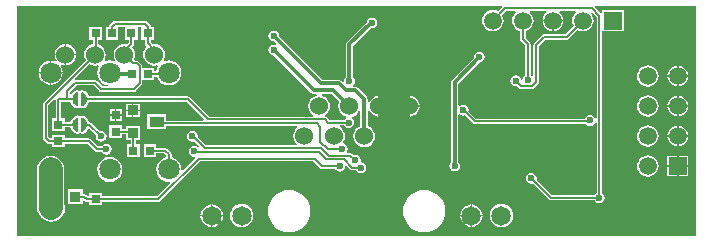
<source format=gbl>
G04*
G04 #@! TF.GenerationSoftware,Altium Limited,CircuitStudio,1.5.2 (30)*
G04*
G04 Layer_Physical_Order=2*
G04 Layer_Color=16711680*
%FSLAX25Y25*%
%MOIN*%
G70*
G01*
G75*
%ADD10R,0.03000X0.03000*%
%ADD11R,0.03000X0.03000*%
%ADD23C,0.01181*%
%ADD24C,0.00787*%
%ADD25C,0.00600*%
%ADD26C,0.07087*%
%ADD27C,0.06000*%
%ADD28C,0.05906*%
%ADD29R,0.05906X0.05906*%
%ADD30R,0.05906X0.05906*%
%ADD31C,0.06500*%
%ADD32C,0.02362*%
%ADD33C,0.00800*%
%ADD34R,0.01000X0.01000*%
%ADD35R,0.05000X0.03600*%
%ADD36R,0.03600X0.03600*%
%ADD37C,0.07874*%
G36*
X429436Y420039D02*
X429198Y419857D01*
X428629Y419114D01*
X428271Y418250D01*
X428149Y417323D01*
X428271Y416395D01*
X428629Y415531D01*
X428635Y415523D01*
X425939Y412827D01*
X418701D01*
X418350Y412757D01*
X418052Y412558D01*
X415493Y409999D01*
X415294Y409702D01*
X415224Y409350D01*
Y398992D01*
X414724Y398841D01*
X414670Y398922D01*
X414303Y399167D01*
Y409646D01*
X414234Y409997D01*
X414035Y410294D01*
X412650Y411679D01*
Y413860D01*
X412660Y413862D01*
X413524Y414220D01*
X414266Y414789D01*
X414836Y415531D01*
X415194Y416395D01*
X415316Y417323D01*
X415194Y418250D01*
X414836Y419114D01*
X414266Y419857D01*
X414029Y420039D01*
X414198Y420539D01*
X419431D01*
X419600Y420039D01*
X419270Y419785D01*
X418716Y419064D01*
X418368Y418224D01*
X418283Y417573D01*
X421732D01*
X425182D01*
X425096Y418224D01*
X424748Y419064D01*
X424195Y419785D01*
X423864Y420039D01*
X424034Y420539D01*
X429266D01*
X429436Y420039D01*
D02*
G37*
G36*
X469488Y357677D02*
Y345472D01*
X243110D01*
Y422244D01*
X404649D01*
X404856Y421744D01*
X403532Y420420D01*
X403524Y420426D01*
X402660Y420784D01*
X401732Y420906D01*
X400805Y420784D01*
X399941Y420426D01*
X399198Y419857D01*
X398629Y419114D01*
X398271Y418250D01*
X398149Y417323D01*
X398271Y416395D01*
X398629Y415531D01*
X399198Y414789D01*
X399941Y414220D01*
X400805Y413862D01*
X401732Y413739D01*
X402660Y413862D01*
X403524Y414220D01*
X404266Y414789D01*
X404836Y415531D01*
X405194Y416395D01*
X405316Y417323D01*
X405194Y418250D01*
X404836Y419114D01*
X404830Y419122D01*
X406246Y420539D01*
X409266D01*
X409436Y420039D01*
X409198Y419857D01*
X408629Y419114D01*
X408271Y418250D01*
X408149Y417323D01*
X408271Y416395D01*
X408629Y415531D01*
X409198Y414789D01*
X409941Y414220D01*
X410805Y413862D01*
X410815Y413860D01*
Y411299D01*
X410885Y410948D01*
X411083Y410650D01*
X412468Y409266D01*
Y399167D01*
X412102Y398922D01*
X411708Y398333D01*
X411570Y397638D01*
X411094Y397611D01*
X411028Y397939D01*
X410635Y398528D01*
X410045Y398922D01*
X409350Y399060D01*
X408655Y398922D01*
X408066Y398528D01*
X407673Y397939D01*
X407534Y397244D01*
X407673Y396549D01*
X408066Y395960D01*
X408655Y395566D01*
X409350Y395428D01*
X409783Y395514D01*
X410473Y394824D01*
X410771Y394625D01*
X411122Y394555D01*
X414665D01*
X415017Y394625D01*
X415314Y394824D01*
X416791Y396300D01*
X416990Y396598D01*
X417059Y396949D01*
Y408970D01*
X419081Y410992D01*
X426319D01*
X426670Y411062D01*
X426968Y411261D01*
X429933Y414226D01*
X429941Y414220D01*
X430805Y413862D01*
X431732Y413739D01*
X432660Y413862D01*
X433524Y414220D01*
X434266Y414789D01*
X434836Y415531D01*
X435194Y416395D01*
X435316Y417323D01*
X435194Y418250D01*
X434836Y419114D01*
X434349Y419748D01*
X434726Y420078D01*
X436287Y418518D01*
Y384899D01*
X436050Y384822D01*
X435787Y384816D01*
X435438Y385339D01*
X434848Y385733D01*
X434154Y385871D01*
X433459Y385733D01*
X432869Y385339D01*
X432476Y384750D01*
X432458Y384663D01*
X396260D01*
X393610Y387314D01*
X393647Y387500D01*
X393509Y388195D01*
X393115Y388784D01*
X392526Y389178D01*
X391831Y389316D01*
X391136Y389178D01*
X390690Y388880D01*
X390190Y389082D01*
Y396348D01*
X397161Y403319D01*
X397244Y403302D01*
X397939Y403440D01*
X398528Y403834D01*
X398922Y404423D01*
X399060Y405118D01*
X398922Y405813D01*
X398528Y406402D01*
X397939Y406796D01*
X397244Y406934D01*
X396549Y406796D01*
X395960Y406402D01*
X395566Y405813D01*
X395428Y405118D01*
X395445Y405035D01*
X388118Y397709D01*
X387855Y397315D01*
X387762Y396850D01*
X387762Y396850D01*
Y370229D01*
X387692Y370182D01*
X387299Y369593D01*
X387160Y368898D01*
X387299Y368203D01*
X387692Y367614D01*
X388281Y367220D01*
X388976Y367082D01*
X389671Y367220D01*
X390261Y367614D01*
X390654Y368203D01*
X390792Y368898D01*
X390654Y369593D01*
X390261Y370182D01*
X390190Y370229D01*
Y385918D01*
X390690Y386120D01*
X391136Y385822D01*
X391831Y385684D01*
X392509Y385819D01*
X395231Y383097D01*
X395529Y382898D01*
X395587Y382886D01*
X395880Y382828D01*
X432831D01*
X432869Y382771D01*
X433459Y382377D01*
X434154Y382239D01*
X434848Y382377D01*
X435438Y382771D01*
X435787Y383294D01*
X436050Y383289D01*
X436287Y383211D01*
Y359895D01*
X435921Y359650D01*
X435676Y359284D01*
X421345D01*
X416297Y364332D01*
X416383Y364764D01*
X416245Y365459D01*
X415851Y366048D01*
X415262Y366441D01*
X414567Y366580D01*
X413872Y366441D01*
X413283Y366048D01*
X412889Y365459D01*
X412751Y364764D01*
X412889Y364069D01*
X413283Y363480D01*
X413872Y363086D01*
X414567Y362948D01*
X414999Y363034D01*
X420316Y357717D01*
X420613Y357518D01*
X420965Y357449D01*
X435676D01*
X435921Y357082D01*
X436510Y356688D01*
X437205Y356550D01*
X437900Y356688D01*
X438489Y357082D01*
X438882Y357671D01*
X439021Y358366D01*
X438882Y359061D01*
X438489Y359650D01*
X438122Y359895D01*
Y413294D01*
X438179Y413770D01*
X438622Y413770D01*
X445285D01*
Y420876D01*
X438179D01*
Y419928D01*
X437679Y419721D01*
X435656Y421744D01*
X435863Y422244D01*
X469488D01*
Y357677D01*
D02*
G37*
%LPC*%
G36*
X278084Y382415D02*
X273884D01*
Y378215D01*
X278084D01*
Y379397D01*
X279297D01*
Y377490D01*
X280984D01*
Y376116D01*
X279802D01*
Y371916D01*
X284002D01*
Y376116D01*
X282819D01*
Y377490D01*
X284097D01*
Y382290D01*
X279297D01*
Y381233D01*
X278084D01*
Y382415D01*
D02*
G37*
G36*
X453386Y382481D02*
X452458Y382359D01*
X451594Y382001D01*
X450852Y381432D01*
X450282Y380689D01*
X449925Y379825D01*
X449802Y378898D01*
X449925Y377970D01*
X450282Y377106D01*
X450852Y376364D01*
X451594Y375794D01*
X452458Y375436D01*
X453386Y375314D01*
X454313Y375436D01*
X455177Y375794D01*
X455920Y376364D01*
X456489Y377106D01*
X456847Y377970D01*
X456969Y378898D01*
X456847Y379825D01*
X456489Y380689D01*
X455920Y381432D01*
X455177Y382001D01*
X454313Y382359D01*
X453386Y382481D01*
D02*
G37*
G36*
X463136Y378648D02*
X459936D01*
X460022Y377996D01*
X460370Y377156D01*
X460923Y376435D01*
X461645Y375882D01*
X462485Y375534D01*
X463136Y375448D01*
Y378648D01*
D02*
G37*
G36*
X466839Y372350D02*
X463636D01*
Y369148D01*
X466839D01*
Y372350D01*
D02*
G37*
G36*
X463136Y368648D02*
X459933D01*
Y365445D01*
X463136D01*
Y368648D01*
D02*
G37*
G36*
X466839D02*
X463636D01*
Y365445D01*
X466839D01*
Y368648D01*
D02*
G37*
G36*
X463136Y372350D02*
X459933D01*
Y369148D01*
X463136D01*
Y372350D01*
D02*
G37*
G36*
X466835Y378648D02*
X463636D01*
Y375448D01*
X464287Y375534D01*
X465127Y375882D01*
X465848Y376435D01*
X466402Y377156D01*
X466750Y377996D01*
X466835Y378648D01*
D02*
G37*
G36*
X281447Y387140D02*
X279397D01*
Y385090D01*
X281447D01*
Y387140D01*
D02*
G37*
G36*
X283997D02*
X281947D01*
Y385090D01*
X283997D01*
Y387140D01*
D02*
G37*
G36*
X453386Y392481D02*
X452458Y392359D01*
X451594Y392001D01*
X450852Y391431D01*
X450282Y390689D01*
X449925Y389825D01*
X449802Y388898D01*
X449925Y387970D01*
X450282Y387106D01*
X450852Y386364D01*
X451594Y385794D01*
X452458Y385436D01*
X453386Y385314D01*
X454313Y385436D01*
X455177Y385794D01*
X455920Y386364D01*
X456489Y387106D01*
X456847Y387970D01*
X456969Y388898D01*
X456847Y389825D01*
X456489Y390689D01*
X455920Y391431D01*
X455177Y392001D01*
X454313Y392359D01*
X453386Y392481D01*
D02*
G37*
G36*
X277984Y385565D02*
X276234D01*
Y383815D01*
X277984D01*
Y385565D01*
D02*
G37*
G36*
X463136Y382347D02*
X462485Y382261D01*
X461645Y381914D01*
X460923Y381360D01*
X460370Y380639D01*
X460022Y379799D01*
X459936Y379148D01*
X463136D01*
Y382347D01*
D02*
G37*
G36*
X463636D02*
Y379148D01*
X466835D01*
X466750Y379799D01*
X466402Y380639D01*
X465848Y381360D01*
X465127Y381914D01*
X464287Y382261D01*
X463636Y382347D01*
D02*
G37*
G36*
X275734Y385565D02*
X273984D01*
Y383815D01*
X275734D01*
Y385565D01*
D02*
G37*
G36*
X398356Y352112D02*
X394856D01*
Y348613D01*
X395585Y348709D01*
X396498Y349087D01*
X397281Y349688D01*
X397882Y350471D01*
X398260Y351383D01*
X398356Y352112D01*
D02*
G37*
G36*
X307742D02*
X304243D01*
X304339Y351383D01*
X304716Y350471D01*
X305318Y349688D01*
X306101Y349087D01*
X307013Y348709D01*
X307742Y348613D01*
Y352112D01*
D02*
G37*
G36*
X311742D02*
X308242D01*
Y348613D01*
X308971Y348709D01*
X309883Y349087D01*
X310667Y349688D01*
X311268Y350471D01*
X311646Y351383D01*
X311742Y352112D01*
D02*
G37*
G36*
X404606Y356245D02*
X403601Y356113D01*
X402665Y355725D01*
X401860Y355108D01*
X401243Y354304D01*
X400855Y353367D01*
X400723Y352362D01*
X400855Y351357D01*
X401243Y350421D01*
X401860Y349616D01*
X402665Y348999D01*
X403601Y348611D01*
X404606Y348479D01*
X405611Y348611D01*
X406548Y348999D01*
X407352Y349616D01*
X407969Y350421D01*
X408357Y351357D01*
X408490Y352362D01*
X408357Y353367D01*
X407969Y354304D01*
X407352Y355108D01*
X406548Y355725D01*
X405611Y356113D01*
X404606Y356245D01*
D02*
G37*
G36*
X333795Y360890D02*
X332423Y360755D01*
X331104Y360354D01*
X329889Y359705D01*
X328823Y358830D01*
X327949Y357765D01*
X327299Y356549D01*
X326899Y355230D01*
X326764Y353858D01*
X326899Y352486D01*
X327299Y351167D01*
X327949Y349952D01*
X328823Y348886D01*
X329889Y348012D01*
X331104Y347362D01*
X332423Y346962D01*
X333795Y346827D01*
X335167Y346962D01*
X336486Y347362D01*
X337702Y348012D01*
X338767Y348886D01*
X339642Y349952D01*
X340292Y351167D01*
X340692Y352486D01*
X340827Y353858D01*
X340692Y355230D01*
X340292Y356549D01*
X339642Y357765D01*
X338767Y358830D01*
X337702Y359705D01*
X336486Y360354D01*
X335167Y360755D01*
X333795Y360890D01*
D02*
G37*
G36*
X378803D02*
X377431Y360755D01*
X376112Y360354D01*
X374897Y359705D01*
X373831Y358830D01*
X372957Y357765D01*
X372307Y356549D01*
X371907Y355230D01*
X371772Y353858D01*
X371907Y352486D01*
X372307Y351167D01*
X372957Y349952D01*
X373831Y348886D01*
X374897Y348012D01*
X376112Y347362D01*
X377431Y346962D01*
X378803Y346827D01*
X380175Y346962D01*
X381494Y347362D01*
X382710Y348012D01*
X383775Y348886D01*
X384650Y349952D01*
X385299Y351167D01*
X385700Y352486D01*
X385835Y353858D01*
X385700Y355230D01*
X385299Y356549D01*
X384650Y357765D01*
X383775Y358830D01*
X382710Y359705D01*
X381494Y360354D01*
X380175Y360755D01*
X378803Y360890D01*
D02*
G37*
G36*
X317992Y356245D02*
X316987Y356113D01*
X316051Y355725D01*
X315246Y355108D01*
X314629Y354304D01*
X314241Y353367D01*
X314109Y352362D01*
X314241Y351357D01*
X314629Y350421D01*
X315246Y349616D01*
X316051Y348999D01*
X316987Y348611D01*
X317992Y348479D01*
X318997Y348611D01*
X319934Y348999D01*
X320738Y349616D01*
X321355Y350421D01*
X321743Y351357D01*
X321875Y352362D01*
X321743Y353367D01*
X321355Y354304D01*
X320738Y355108D01*
X319934Y355725D01*
X318997Y356113D01*
X317992Y356245D01*
D02*
G37*
G36*
X394356Y352112D02*
X390857D01*
X390953Y351383D01*
X391331Y350471D01*
X391932Y349688D01*
X392715Y349087D01*
X393627Y348709D01*
X394356Y348613D01*
Y352112D01*
D02*
G37*
G36*
X308242Y356112D02*
Y352612D01*
X311742D01*
X311646Y353341D01*
X311268Y354253D01*
X310667Y355037D01*
X309883Y355638D01*
X308971Y356016D01*
X308242Y356112D01*
D02*
G37*
G36*
X274016Y371896D02*
X272934Y371753D01*
X271926Y371336D01*
X271061Y370672D01*
X270397Y369806D01*
X269979Y368798D01*
X269837Y367717D01*
X269979Y366635D01*
X270397Y365627D01*
X271061Y364761D01*
X271926Y364097D01*
X272934Y363680D01*
X274016Y363538D01*
X275097Y363680D01*
X276105Y364097D01*
X276971Y364761D01*
X277635Y365627D01*
X278052Y366635D01*
X278195Y367717D01*
X278052Y368798D01*
X277635Y369806D01*
X276971Y370672D01*
X276105Y371336D01*
X275097Y371753D01*
X274016Y371896D01*
D02*
G37*
G36*
X453386Y372481D02*
X452458Y372359D01*
X451594Y372001D01*
X450852Y371431D01*
X450282Y370689D01*
X449925Y369825D01*
X449802Y368898D01*
X449925Y367970D01*
X450282Y367106D01*
X450852Y366364D01*
X451594Y365794D01*
X452458Y365436D01*
X453386Y365314D01*
X454313Y365436D01*
X455177Y365794D01*
X455920Y366364D01*
X456489Y367106D01*
X456847Y367970D01*
X456969Y368898D01*
X456847Y369825D01*
X456489Y370689D01*
X455920Y371431D01*
X455177Y372001D01*
X454313Y372359D01*
X453386Y372481D01*
D02*
G37*
G36*
X394856Y356112D02*
Y352612D01*
X398356D01*
X398260Y353341D01*
X397882Y354253D01*
X397281Y355037D01*
X396498Y355638D01*
X395585Y356016D01*
X394856Y356112D01*
D02*
G37*
G36*
X254331Y372293D02*
X253146Y372137D01*
X252043Y371680D01*
X251095Y370952D01*
X250368Y370005D01*
X249910Y368901D01*
X249755Y367717D01*
Y355129D01*
X249910Y353945D01*
X250368Y352841D01*
X251095Y351893D01*
X251363Y351626D01*
X252310Y350898D01*
X253414Y350441D01*
X254598Y350285D01*
X255783Y350441D01*
X256887Y350898D01*
X257834Y351626D01*
X258561Y352573D01*
X259019Y353677D01*
X259175Y354861D01*
X259019Y356046D01*
X258907Y356316D01*
Y367717D01*
X258751Y368901D01*
X258294Y370005D01*
X257566Y370952D01*
X256619Y371680D01*
X255515Y372137D01*
X254331Y372293D01*
D02*
G37*
G36*
X307742Y356112D02*
X307013Y356016D01*
X306101Y355638D01*
X305318Y355037D01*
X304716Y354253D01*
X304339Y353341D01*
X304243Y352612D01*
X307742D01*
Y356112D01*
D02*
G37*
G36*
X394356Y356112D02*
X393627Y356016D01*
X392715Y355638D01*
X391932Y355037D01*
X391331Y354253D01*
X390953Y353341D01*
X390857Y352612D01*
X394356D01*
Y356112D01*
D02*
G37*
G36*
X377300Y388608D02*
X374053D01*
Y385361D01*
X374717Y385448D01*
X375568Y385801D01*
X376299Y386362D01*
X376860Y387093D01*
X377213Y387945D01*
X377300Y388608D01*
D02*
G37*
G36*
X258376Y399750D02*
X254581D01*
Y395955D01*
X255386Y396061D01*
X256370Y396468D01*
X257214Y397116D01*
X257862Y397961D01*
X258270Y398944D01*
X258376Y399750D01*
D02*
G37*
G36*
X361417Y418351D02*
X360722Y418213D01*
X360133Y417819D01*
X359740Y417230D01*
X359674Y416903D01*
X353079Y410307D01*
X352816Y409913D01*
X352723Y409449D01*
X352723Y409449D01*
Y398575D01*
X352653Y398528D01*
X352259Y397939D01*
X352121Y397244D01*
X352144Y397131D01*
X351683Y396884D01*
X351252Y397315D01*
X350858Y397578D01*
X350394Y397671D01*
X350394Y397671D01*
X344991D01*
X330540Y412122D01*
X330556Y412205D01*
X330418Y412900D01*
X330024Y413489D01*
X329435Y413882D01*
X328740Y414021D01*
X328045Y413882D01*
X327456Y413489D01*
X327062Y412900D01*
X326924Y412205D01*
X327062Y411510D01*
X327456Y410921D01*
X328045Y410527D01*
X328740Y410389D01*
X328823Y410405D01*
X329640Y409588D01*
X329562Y409424D01*
X329345Y409176D01*
X328740Y409296D01*
X328045Y409158D01*
X327456Y408764D01*
X327062Y408175D01*
X326924Y407480D01*
X327062Y406785D01*
X327456Y406196D01*
X328045Y405803D01*
X328740Y405664D01*
X328823Y405681D01*
X341268Y393236D01*
X341268Y393236D01*
X341662Y392973D01*
X342126Y392881D01*
X342945D01*
X342977Y392381D01*
X342863Y392366D01*
X341988Y392003D01*
X341236Y391426D01*
X340658Y390674D01*
X340296Y389798D01*
X340172Y388858D01*
X340296Y387918D01*
X340658Y387043D01*
X341236Y386291D01*
X341789Y385866D01*
X341619Y385366D01*
X307073D01*
X300644Y391796D01*
X300346Y391995D01*
X299995Y392065D01*
X267103D01*
X266816Y392756D01*
X266303Y393424D01*
X265650Y393926D01*
X265635Y393937D01*
X265427Y394034D01*
X265229Y394126D01*
X265229Y394126D01*
X265229Y394126D01*
X265228D01*
X265227Y394127D01*
X265216Y394129D01*
X265216D01*
X265201Y394132D01*
X265029Y394166D01*
X265029D01*
X264838Y394204D01*
X264739Y394184D01*
Y394184D01*
X264448Y394126D01*
X264303Y394029D01*
X264117Y393905D01*
X263925D01*
X263740Y394029D01*
X263594Y394126D01*
X263303Y394184D01*
D01*
X263204Y394204D01*
X263013Y394166D01*
X262826Y394129D01*
X262819Y394127D01*
X262814Y394126D01*
D01*
X262615Y394034D01*
X262407Y393937D01*
X262393Y393926D01*
X261739Y393424D01*
X261260Y392800D01*
X261111Y392800D01*
X260760Y392937D01*
Y393517D01*
X262979Y395736D01*
X268714D01*
X270611Y393839D01*
X270909Y393640D01*
X271260Y393571D01*
X281988D01*
X282339Y393640D01*
X282637Y393839D01*
X284606Y395808D01*
X284805Y396106D01*
X284874Y396457D01*
Y397408D01*
X288911D01*
Y398495D01*
X289840D01*
X290082Y397910D01*
X290746Y397045D01*
X291611Y396381D01*
X292619Y395963D01*
X293701Y395821D01*
X294782Y395963D01*
X295790Y396381D01*
X296656Y397045D01*
X297320Y397910D01*
X297737Y398918D01*
X297880Y400000D01*
X297737Y401082D01*
X297320Y402090D01*
X296656Y402955D01*
X295790Y403619D01*
X294782Y404037D01*
X293701Y404179D01*
X292619Y404037D01*
X292330Y403917D01*
X292220Y403990D01*
X291975Y404311D01*
X292287Y405064D01*
X292411Y406004D01*
X292287Y406944D01*
X291924Y407820D01*
X291347Y408571D01*
X290595Y409149D01*
X289719Y409511D01*
X288779Y409635D01*
X288316Y409574D01*
X287714Y410176D01*
Y410990D01*
X288801D01*
Y415191D01*
X287714D01*
Y415366D01*
X287637Y415754D01*
X287417Y416083D01*
X286445Y417055D01*
X286116Y417275D01*
X285728Y417352D01*
X275787D01*
X275400Y417275D01*
X275071Y417055D01*
X274075Y416059D01*
X273855Y415730D01*
X273778Y415343D01*
Y415191D01*
X272691D01*
Y410990D01*
X276891D01*
Y415191D01*
X277336Y415325D01*
X278657D01*
X279101Y415191D01*
X279101Y414825D01*
Y410990D01*
X280283D01*
Y410026D01*
X279781Y409524D01*
X278937Y409635D01*
X277997Y409511D01*
X277121Y409149D01*
X276370Y408571D01*
X275792Y407820D01*
X275430Y406944D01*
X275306Y406004D01*
X275430Y405064D01*
X275742Y404311D01*
X275497Y403990D01*
X275387Y403917D01*
X275097Y404037D01*
X274016Y404179D01*
X272934Y404037D01*
X272644Y403917D01*
X272535Y403990D01*
X272290Y404311D01*
X272602Y405064D01*
X272726Y406004D01*
X272602Y406944D01*
X272239Y407820D01*
X271662Y408571D01*
X270910Y409149D01*
X270209Y409439D01*
Y410990D01*
X271391D01*
Y415191D01*
X267191D01*
Y410990D01*
X268374D01*
Y409540D01*
X268155Y409511D01*
X267279Y409149D01*
X266527Y408571D01*
X265950Y407820D01*
X265587Y406944D01*
X265463Y406004D01*
X265587Y405064D01*
X265950Y404188D01*
X265964Y404171D01*
X252009Y390216D01*
X251810Y389918D01*
X251740Y389567D01*
Y378248D01*
X251810Y377897D01*
X252009Y377599D01*
X253091Y376517D01*
X253389Y376318D01*
X253740Y376248D01*
X254790D01*
Y375065D01*
X258990D01*
Y376248D01*
X266844D01*
X269233Y373859D01*
X269531Y373660D01*
X269589Y373649D01*
X269882Y373590D01*
X271404D01*
X271649Y373224D01*
X272238Y372830D01*
X272933Y372692D01*
X273628Y372830D01*
X274217Y373224D01*
X274611Y373813D01*
X274749Y374508D01*
X274611Y375203D01*
X274217Y375792D01*
X273628Y376186D01*
X272933Y376324D01*
X272238Y376186D01*
X271649Y375792D01*
X271404Y375426D01*
X270262D01*
X267873Y377814D01*
X267576Y378013D01*
X267224Y378083D01*
X258990D01*
Y379265D01*
X254790D01*
Y378083D01*
X254120D01*
X253575Y378628D01*
Y389187D01*
X255472Y391084D01*
X255972Y390877D01*
Y384765D01*
X254790D01*
Y380565D01*
X258990D01*
Y381754D01*
X260948D01*
X261235Y381063D01*
X261748Y380395D01*
X262401Y379893D01*
X262416Y379882D01*
X262624Y379785D01*
X262823Y379693D01*
X262823Y379693D01*
X262823Y379693D01*
X262823D01*
X262824Y379692D01*
X262835Y379690D01*
X262835D01*
X262850Y379687D01*
X263022Y379653D01*
X263022D01*
X263213Y379615D01*
X263312Y379635D01*
Y379635D01*
X263603Y379693D01*
X263748Y379790D01*
X263934Y379914D01*
X264126D01*
X264312Y379790D01*
X264457Y379693D01*
X264748Y379635D01*
X264748D01*
X264847Y379615D01*
X265017Y379649D01*
X265182Y379682D01*
X265182Y379682D01*
X265204Y379686D01*
X265225Y379690D01*
X265232Y379692D01*
X265237Y379693D01*
D01*
X265436Y379785D01*
X265644Y379882D01*
X265658Y379893D01*
X266312Y380395D01*
X266825Y381063D01*
X266862Y381153D01*
X267353Y381251D01*
X269431Y379172D01*
X269345Y378740D01*
X269484Y378045D01*
X269877Y377456D01*
X270466Y377062D01*
X271161Y376924D01*
X271856Y377062D01*
X272446Y377456D01*
X272839Y378045D01*
X272977Y378740D01*
X272839Y379435D01*
X272446Y380024D01*
X271856Y380418D01*
X271161Y380556D01*
X270729Y380470D01*
X267879Y383321D01*
X267581Y383520D01*
X267230Y383590D01*
X267116D01*
X266825Y384291D01*
X266312Y384959D01*
X265658Y385461D01*
X265644Y385472D01*
X265436Y385569D01*
X265237Y385662D01*
X265237Y385662D01*
X265237Y385662D01*
X265237D01*
X265236Y385662D01*
X265225Y385664D01*
X265225D01*
X265210Y385667D01*
X265038Y385701D01*
X265038D01*
X264847Y385739D01*
X264748Y385720D01*
Y385720D01*
X264457Y385662D01*
X264312Y385565D01*
X264126Y385441D01*
X263934D01*
X263748Y385565D01*
X263603Y385662D01*
X263312Y385720D01*
D01*
X263213Y385739D01*
X263022Y385701D01*
X262835Y385664D01*
X262828Y385663D01*
X262823Y385662D01*
D01*
X262624Y385569D01*
X262416Y385472D01*
X262401Y385461D01*
X261748Y384959D01*
X261235Y384291D01*
X260944Y383590D01*
X258990D01*
Y384765D01*
X257807D01*
Y390229D01*
X260935D01*
X261226Y389528D01*
X261739Y388860D01*
X262393Y388358D01*
X262407Y388347D01*
X262615Y388250D01*
X262814Y388157D01*
X262814Y388157D01*
X262814Y388157D01*
X262814D01*
X262815Y388157D01*
X262826Y388155D01*
X262826D01*
X262842Y388152D01*
X263013Y388117D01*
X263013D01*
X263204Y388080D01*
X263303Y388099D01*
Y388099D01*
X263594Y388157D01*
X263740Y388254D01*
X263925Y388378D01*
X264117D01*
X264303Y388254D01*
X264448Y388157D01*
X264739Y388099D01*
X264739D01*
X264838Y388080D01*
X265008Y388113D01*
X265174Y388146D01*
X265174Y388146D01*
X265195Y388151D01*
X265216Y388155D01*
X265223Y388156D01*
X265229Y388157D01*
D01*
X265427Y388250D01*
X265635Y388347D01*
X265650Y388358D01*
X266303Y388860D01*
X266816Y389528D01*
X267107Y390229D01*
X299615D01*
X305394Y384450D01*
X305202Y383988D01*
X292797D01*
Y386090D01*
X286597D01*
Y381290D01*
X292797D01*
Y382153D01*
X336362D01*
X336532Y381653D01*
X336236Y381426D01*
X335659Y380674D01*
X335296Y379798D01*
X335172Y378858D01*
X335296Y377919D01*
X335659Y377043D01*
X336236Y376291D01*
X336361Y376194D01*
X336201Y375721D01*
X306089D01*
X303321Y378488D01*
X303391Y378839D01*
X303253Y379534D01*
X302859Y380123D01*
X302270Y380516D01*
X301575Y380655D01*
X300880Y380516D01*
X300291Y380123D01*
X299897Y379534D01*
X299759Y378839D01*
X299897Y378144D01*
X300291Y377554D01*
X300880Y377161D01*
X301575Y377023D01*
X302089Y377125D01*
X303730Y375484D01*
X303411Y375096D01*
X302959Y375398D01*
X302264Y375536D01*
X301569Y375398D01*
X300980Y375005D01*
X300586Y374415D01*
X300448Y373721D01*
X300586Y373025D01*
X300980Y372436D01*
X301569Y372043D01*
X302264Y371904D01*
X302286Y371909D01*
X302532Y371448D01*
X298290Y367206D01*
X297842Y367427D01*
X297880Y367717D01*
X297737Y368798D01*
X297320Y369806D01*
X296656Y370672D01*
X295790Y371336D01*
X294782Y371753D01*
X294618Y371775D01*
Y372736D01*
X294560Y373029D01*
X294549Y373087D01*
X294350Y373385D01*
X293070Y374665D01*
X292772Y374864D01*
X292421Y374933D01*
X289502D01*
Y376116D01*
X285302D01*
Y371916D01*
X289502D01*
Y373098D01*
X292041D01*
X292783Y372356D01*
Y371775D01*
X292619Y371753D01*
X291611Y371336D01*
X290746Y370672D01*
X290082Y369806D01*
X289664Y368798D01*
X289522Y367717D01*
X289664Y366635D01*
X290082Y365627D01*
X290746Y364761D01*
X291611Y364097D01*
X292619Y363680D01*
X293701Y363538D01*
X293990Y363576D01*
X294211Y363127D01*
X289876Y358792D01*
X271391D01*
Y359974D01*
X267191D01*
Y358858D01*
X266691Y358819D01*
X266200Y359310D01*
X265902Y359509D01*
X265551Y359579D01*
X264998D01*
Y361061D01*
X260198D01*
Y356261D01*
X264998D01*
Y357209D01*
X265498Y357416D01*
X265690Y357225D01*
X265987Y357026D01*
X266339Y356956D01*
X267191D01*
Y355774D01*
X271391D01*
Y356956D01*
X290256D01*
X290607Y357026D01*
X290905Y357225D01*
X304120Y370441D01*
X341943D01*
X344232Y368151D01*
X344530Y367953D01*
X344588Y367941D01*
X344881Y367883D01*
X349153D01*
X349398Y367516D01*
X349987Y367123D01*
X350682Y366984D01*
X351377Y367123D01*
X351966Y367516D01*
X352360Y368106D01*
X352485Y368738D01*
X352697Y368864D01*
X352977Y368953D01*
X354272Y367658D01*
X354570Y367459D01*
X354921Y367389D01*
X356247D01*
X356491Y367023D01*
X357081Y366629D01*
X357776Y366491D01*
X358471Y366629D01*
X359060Y367023D01*
X359453Y367612D01*
X359592Y368307D01*
X359453Y369002D01*
X359060Y369591D01*
X358471Y369985D01*
X357959Y370087D01*
Y370087D01*
Y370087D01*
X357646Y370452D01*
X357589Y370596D01*
X357623Y370768D01*
X357485Y371463D01*
X357091Y372052D01*
X356502Y372446D01*
X355807Y372584D01*
X355375Y372498D01*
X354881Y372991D01*
X354583Y373190D01*
X354232Y373260D01*
X353414D01*
X353178Y373701D01*
X353253Y373813D01*
X353391Y374508D01*
X353253Y375203D01*
X352859Y375792D01*
X352270Y376186D01*
X351967Y376246D01*
X351759Y376797D01*
X351948Y377043D01*
X352310Y377919D01*
X352434Y378858D01*
X352310Y379798D01*
X351948Y380674D01*
X351371Y381426D01*
X350690Y381948D01*
X350716Y382212D01*
X350826Y382449D01*
X352113D01*
X352358Y382082D01*
X352947Y381688D01*
X353642Y381550D01*
X354337Y381688D01*
X354926Y382082D01*
X355319Y382671D01*
X355458Y383366D01*
X355319Y384061D01*
X354926Y384650D01*
X354650Y384834D01*
X354730Y385277D01*
X354764Y385360D01*
X355619Y385714D01*
X356371Y386291D01*
X356948Y387043D01*
X357089Y387385D01*
X357589Y387285D01*
Y382252D01*
X356988Y382003D01*
X356236Y381426D01*
X355659Y380674D01*
X355296Y379798D01*
X355172Y378858D01*
X355296Y377919D01*
X355659Y377043D01*
X356236Y376291D01*
X356988Y375714D01*
X357863Y375351D01*
X358803Y375227D01*
X359743Y375351D01*
X360619Y375714D01*
X361371Y376291D01*
X361948Y377043D01*
X362311Y377919D01*
X362434Y378858D01*
X362311Y379798D01*
X361948Y380674D01*
X361371Y381426D01*
X360619Y382003D01*
X360017Y382252D01*
Y387546D01*
X360517Y387646D01*
X360746Y387093D01*
X361307Y386362D01*
X362038Y385801D01*
X362889Y385448D01*
X363386Y385383D01*
Y392126D01*
X363553D01*
Y392356D01*
X362889Y392268D01*
X362038Y391915D01*
X361307Y391354D01*
X360746Y390623D01*
X360517Y390071D01*
X360017Y390170D01*
Y391197D01*
X359925Y391661D01*
X359662Y392055D01*
X359661Y392055D01*
X356764Y394953D01*
X356370Y395216D01*
X355906Y395308D01*
X355906Y395308D01*
X355146D01*
X354994Y395808D01*
X355221Y395960D01*
X355615Y396549D01*
X355753Y397244D01*
X355615Y397939D01*
X355221Y398528D01*
X355151Y398575D01*
Y408946D01*
X361006Y414801D01*
X361417Y414719D01*
X362112Y414858D01*
X362701Y415251D01*
X363095Y415840D01*
X363233Y416535D01*
X363095Y417230D01*
X362701Y417819D01*
X362112Y418213D01*
X361417Y418351D01*
D02*
G37*
G36*
X463136Y402347D02*
X462485Y402261D01*
X461645Y401914D01*
X460923Y401360D01*
X460370Y400639D01*
X460022Y399799D01*
X459936Y399148D01*
X463136D01*
Y402347D01*
D02*
G37*
G36*
X254081Y399750D02*
X250285D01*
X250392Y398944D01*
X250799Y397961D01*
X251447Y397116D01*
X252292Y396468D01*
X253275Y396061D01*
X254081Y395955D01*
Y399750D01*
D02*
G37*
G36*
X453386Y402481D02*
X452458Y402359D01*
X451594Y402001D01*
X450852Y401432D01*
X450282Y400689D01*
X449925Y399825D01*
X449802Y398898D01*
X449925Y397970D01*
X450282Y397106D01*
X450852Y396364D01*
X451594Y395794D01*
X452458Y395436D01*
X453386Y395314D01*
X454313Y395436D01*
X455177Y395794D01*
X455920Y396364D01*
X456489Y397106D01*
X456847Y397970D01*
X456969Y398898D01*
X456847Y399825D01*
X456489Y400689D01*
X455920Y401432D01*
X455177Y402001D01*
X454313Y402359D01*
X453386Y402481D01*
D02*
G37*
G36*
X463136Y398648D02*
X459936D01*
X460022Y397996D01*
X460370Y397156D01*
X460923Y396435D01*
X461645Y395882D01*
X462485Y395534D01*
X463136Y395448D01*
Y398648D01*
D02*
G37*
G36*
X466835D02*
X463636D01*
Y395448D01*
X464287Y395534D01*
X465127Y395882D01*
X465848Y396435D01*
X466402Y397156D01*
X466750Y397996D01*
X466835Y398648D01*
D02*
G37*
G36*
X463636Y402347D02*
Y399148D01*
X466835D01*
X466750Y399799D01*
X466402Y400639D01*
X465848Y401360D01*
X465127Y401914D01*
X464287Y402261D01*
X463636Y402347D01*
D02*
G37*
G36*
X259502Y409501D02*
Y406254D01*
X262749D01*
X262662Y406918D01*
X262309Y407769D01*
X261748Y408500D01*
X261017Y409061D01*
X260166Y409414D01*
X259502Y409501D01*
D02*
G37*
G36*
X421482Y417073D02*
X418283D01*
X418368Y416422D01*
X418716Y415582D01*
X419270Y414860D01*
X419991Y414307D01*
X420831Y413959D01*
X421482Y413873D01*
Y417073D01*
D02*
G37*
G36*
X425182D02*
X421982D01*
Y413873D01*
X422634Y413959D01*
X423474Y414307D01*
X424195Y414860D01*
X424748Y415582D01*
X425096Y416422D01*
X425182Y417073D01*
D02*
G37*
G36*
X259002Y409501D02*
X258338Y409414D01*
X257487Y409061D01*
X256756Y408500D01*
X256195Y407769D01*
X255842Y406918D01*
X255755Y406254D01*
X259002D01*
Y409501D01*
D02*
G37*
G36*
X254081Y404045D02*
X253275Y403939D01*
X252292Y403532D01*
X251447Y402884D01*
X250799Y402039D01*
X250392Y401055D01*
X250285Y400250D01*
X254081D01*
Y404045D01*
D02*
G37*
G36*
X262749Y405754D02*
X259502D01*
Y402507D01*
X260166Y402594D01*
X261017Y402947D01*
X261748Y403508D01*
X262309Y404239D01*
X262662Y405090D01*
X262749Y405754D01*
D02*
G37*
G36*
X259002D02*
X255755D01*
X255842Y405090D01*
X256195Y404239D01*
X256300Y404102D01*
X255985Y403691D01*
X255386Y403939D01*
X254581Y404045D01*
Y400250D01*
X258376D01*
X258270Y401055D01*
X257862Y402039D01*
X257625Y402348D01*
X257941Y402759D01*
X258338Y402594D01*
X259002Y402507D01*
Y405754D01*
D02*
G37*
G36*
X373553Y392356D02*
X372889Y392268D01*
X372546Y392126D01*
X373553D01*
Y392356D01*
D02*
G37*
G36*
X374053D02*
Y389108D01*
X377300D01*
X377213Y389772D01*
X376860Y390623D01*
X376299Y391354D01*
X375568Y391915D01*
X374717Y392268D01*
X374053Y392356D01*
D02*
G37*
G36*
X463136Y392347D02*
X462485Y392262D01*
X461645Y391914D01*
X460923Y391360D01*
X460370Y390639D01*
X460022Y389799D01*
X459936Y389148D01*
X463136D01*
Y392347D01*
D02*
G37*
G36*
X283997Y389690D02*
X281947D01*
Y387640D01*
X283997D01*
Y389690D01*
D02*
G37*
G36*
X281447D02*
X279397D01*
Y387640D01*
X281447D01*
Y389690D01*
D02*
G37*
G36*
X277984Y387815D02*
X276234D01*
Y386065D01*
X277984D01*
Y387815D01*
D02*
G37*
G36*
X463136Y388648D02*
X459936D01*
X460022Y387996D01*
X460370Y387156D01*
X460923Y386435D01*
X461645Y385882D01*
X462485Y385534D01*
X463136Y385448D01*
Y388648D01*
D02*
G37*
G36*
X364053Y392356D02*
Y392126D01*
X365060D01*
X364717Y392268D01*
X364053Y392356D01*
D02*
G37*
G36*
X466835Y388648D02*
X463636D01*
Y385448D01*
X464287Y385534D01*
X465127Y385882D01*
X465848Y386435D01*
X466402Y387156D01*
X466750Y387996D01*
X466835Y388648D01*
D02*
G37*
G36*
X463636Y392347D02*
Y389148D01*
X466835D01*
X466750Y389799D01*
X466402Y390639D01*
X465848Y391360D01*
X465127Y391914D01*
X464287Y392262D01*
X463636Y392347D01*
D02*
G37*
G36*
X275734Y387815D02*
X273984D01*
Y386065D01*
X275734D01*
Y387815D01*
D02*
G37*
%LPD*%
G36*
X350545Y390400D02*
X350296Y389798D01*
X350172Y388858D01*
X350296Y387918D01*
X350658Y387043D01*
X351236Y386291D01*
X351988Y385714D01*
X352643Y385442D01*
X352715Y384889D01*
X352358Y384650D01*
X352113Y384284D01*
X347231D01*
X346417Y385098D01*
X346119Y385297D01*
X345942Y385332D01*
X345797Y385801D01*
X345800Y385853D01*
X346371Y386291D01*
X346948Y387043D01*
X347310Y387918D01*
X347434Y388858D01*
X347310Y389798D01*
X346948Y390674D01*
X346371Y391426D01*
X345619Y392003D01*
X344743Y392366D01*
X344629Y392381D01*
X344662Y392881D01*
X348064D01*
X350545Y390400D01*
D02*
G37*
G36*
X263121Y389342D02*
X262821D01*
X261921Y390242D01*
Y391942D01*
X262921Y392942D01*
X263121D01*
Y389342D01*
D02*
G37*
G36*
X266121Y391942D02*
Y390242D01*
X265221Y389342D01*
X264921D01*
Y392942D01*
X265121D01*
X266121Y391942D01*
D02*
G37*
G36*
X267279Y402859D02*
X268155Y402497D01*
X269094Y402373D01*
X270034Y402497D01*
X270099Y402524D01*
X270414Y402113D01*
X270397Y402090D01*
X269979Y401082D01*
X269837Y400000D01*
X269979Y398918D01*
X270397Y397910D01*
X271061Y397045D01*
X271926Y396381D01*
X272934Y395963D01*
X273371Y395906D01*
X273338Y395406D01*
X271640D01*
X269743Y397302D01*
X269446Y397501D01*
X269094Y397571D01*
X262667D01*
X262544Y397732D01*
X262437Y398049D01*
X267261Y402873D01*
X267279Y402859D01*
D02*
G37*
G36*
X284601Y415191D02*
Y410990D01*
X285688D01*
Y409756D01*
X285765Y409368D01*
X285984Y409039D01*
X286227Y408797D01*
X286212Y408571D01*
X285635Y407820D01*
X285272Y406944D01*
X285149Y406004D01*
X285272Y405064D01*
X285635Y404188D01*
X286212Y403436D01*
X286964Y402859D01*
X287840Y402497D01*
X288779Y402373D01*
X289719Y402497D01*
X289784Y402524D01*
X290100Y402113D01*
X290082Y402090D01*
X289664Y401082D01*
X289590Y400521D01*
X288911D01*
Y401608D01*
X284874D01*
Y402165D01*
X284805Y402517D01*
X284606Y402814D01*
X283720Y403700D01*
X283422Y403899D01*
X283071Y403969D01*
X282515D01*
X282183Y404433D01*
X282444Y405064D01*
X282568Y406004D01*
X282444Y406944D01*
X282082Y407820D01*
X281505Y408571D01*
X281500Y408647D01*
X281850Y408997D01*
X282049Y409295D01*
X282118Y409646D01*
Y410990D01*
X283301D01*
Y414825D01*
X283301Y415191D01*
X283745Y415325D01*
X283745Y415325D01*
X284157D01*
X284601Y415191D01*
D02*
G37*
G36*
X266130Y383577D02*
Y381877D01*
X265130Y380877D01*
X264930D01*
Y384477D01*
X265230D01*
X266130Y383577D01*
D02*
G37*
G36*
X263130Y380877D02*
X262930D01*
X261930Y381877D01*
Y383577D01*
X262830Y384477D01*
X263130D01*
Y380877D01*
D02*
G37*
D10*
X269291Y413091D02*
D03*
X274791D02*
D03*
X281201D02*
D03*
X286701D02*
D03*
X287402Y374016D02*
D03*
X281902D02*
D03*
X286811Y399508D02*
D03*
X281311D02*
D03*
D11*
X256890Y377165D02*
D03*
Y382665D02*
D03*
X275984Y380315D02*
D03*
Y385815D02*
D03*
X269291Y357874D02*
D03*
Y352374D02*
D03*
D23*
X274508Y399508D02*
X281311D01*
X388976Y368898D02*
Y396850D01*
X397244Y405118D01*
X361024Y416535D02*
X361417D01*
X353937Y409449D02*
X361024Y416535D01*
X353937Y397244D02*
Y409449D01*
X350394Y396457D02*
X352756Y394094D01*
X344488Y396457D02*
X350394D01*
X328740Y412205D02*
X344488Y396457D01*
X352756Y394094D02*
X355906D01*
X358803Y391197D01*
Y378858D02*
Y391197D01*
X348567Y394094D02*
X353803Y388858D01*
X342126Y394094D02*
X348567D01*
X328740Y407480D02*
X342126Y394094D01*
X388307Y346063D02*
X394606Y352362D01*
X314291Y346063D02*
X388307D01*
X307992Y352362D02*
X314291Y346063D01*
D24*
X274791Y413091D02*
Y415343D01*
X275787Y416339D01*
X285728D01*
X286701Y415366D01*
Y413091D02*
Y415366D01*
Y409756D02*
Y413091D01*
Y409756D02*
X288779Y407677D01*
Y406004D02*
Y407677D01*
X293209Y399508D02*
X293701Y400000D01*
X286811Y399508D02*
X293209D01*
D25*
X269291Y406201D02*
Y413091D01*
X278937Y407382D02*
X281201Y409646D01*
Y413091D01*
X259842Y391147D02*
X261821D01*
X256890D02*
X259842D01*
Y393898D01*
X262598Y396654D01*
X269094D01*
X271260Y394488D01*
X281988D01*
X283957Y396457D01*
Y402165D01*
X283071Y403051D02*
X283957Y402165D01*
X281890Y403051D02*
X283071D01*
X278937Y406004D02*
X281890Y403051D01*
X253740Y377165D02*
X256890D01*
X252658Y378248D02*
X253740Y377165D01*
X252658Y378248D02*
Y389567D01*
X269094Y406004D01*
X256890Y382665D02*
Y391147D01*
X299995D02*
X306693Y384449D01*
X266221Y391147D02*
X299995D01*
X256896Y382672D02*
X261830D01*
X256890Y377165D02*
X267224D01*
X269882Y374508D01*
X272933D01*
X261821Y391147D02*
X262507D01*
X261830Y382672D02*
X262544D01*
X256890Y382665D02*
X256896Y382672D01*
X265507Y391147D02*
X266221D01*
X266230Y382672D02*
X267230D01*
X265544D02*
X266230D01*
X267230D02*
X271161Y378740D01*
X301575Y378839D02*
X301673D01*
X305709Y374803D01*
X302264Y373721D02*
X302559D01*
X302676Y373603D01*
X343621D01*
X306693Y384449D02*
X345768D01*
X346850Y383366D01*
X343012Y383071D02*
X344094Y381988D01*
X290316Y383071D02*
X343012D01*
X289697Y383690D02*
X290316Y383071D01*
X346850Y383366D02*
X353642D01*
X391831Y387500D02*
X392126D01*
X395880Y383746D01*
X433844D01*
X434154Y384055D01*
X343621Y373603D02*
X346161Y371063D01*
X352165D01*
X344563Y374803D02*
X347023Y372342D01*
X352165Y371063D02*
X354921Y368307D01*
X357776D01*
X305709Y374803D02*
X344563D01*
X347023Y372342D02*
X354232D01*
X355807Y370768D01*
X344881Y368800D02*
X350682D01*
X342323Y371358D02*
X344881Y368800D01*
X303740Y371358D02*
X342323D01*
X350682Y368800D02*
Y369088D01*
X346654Y374410D02*
X351673D01*
X344094Y376969D02*
X346654Y374410D01*
X344094Y376969D02*
Y381988D01*
X290256Y357874D02*
X303740Y371358D01*
X269291Y357874D02*
X290256D01*
X266339D02*
X269291D01*
X265551Y358661D02*
X266339Y357874D01*
X262598Y358661D02*
X265551D01*
X281697Y379890D02*
X281902Y379685D01*
X281272Y380315D02*
X281697Y379890D01*
X275984Y380315D02*
X281272D01*
X281902Y374016D02*
Y379685D01*
X293701Y367717D02*
Y372736D01*
X292421Y374016D02*
X293701Y372736D01*
X287402Y374016D02*
X292421D01*
X426319Y411909D02*
X431732Y417323D01*
X418701Y411909D02*
X426319D01*
X416142Y409350D02*
X418701Y411909D01*
X416142Y396949D02*
Y409350D01*
X414665Y395472D02*
X416142Y396949D01*
X411122Y395472D02*
X414665D01*
X409350Y397244D02*
X411122Y395472D01*
X411732Y411299D02*
Y417323D01*
Y411299D02*
X413386Y409646D01*
Y397638D02*
Y409646D01*
X401732Y417323D02*
X405866Y421457D01*
X434646D01*
X437205Y418898D01*
Y358366D02*
Y418898D01*
X420965Y358366D02*
X437205D01*
X414567Y364764D02*
X420965Y358366D01*
D26*
X293701Y367717D02*
D03*
X254331D02*
D03*
X274016D02*
D03*
Y400000D02*
D03*
X254331D02*
D03*
X293701D02*
D03*
D27*
X269094Y406004D02*
D03*
X278937D02*
D03*
X288779D02*
D03*
X259252D02*
D03*
X343803Y388858D02*
D03*
X348803Y378858D02*
D03*
X353803Y388858D02*
D03*
X358803Y378858D02*
D03*
X363803Y388858D02*
D03*
X368803Y378858D02*
D03*
X338803D02*
D03*
X373803Y388858D02*
D03*
D28*
X401732Y417323D02*
D03*
X411732D02*
D03*
X421732D02*
D03*
X431732D02*
D03*
X453386Y398898D02*
D03*
X463386D02*
D03*
X453386Y388898D02*
D03*
X463386D02*
D03*
X453386Y378898D02*
D03*
X463386D02*
D03*
X453386Y368898D02*
D03*
D29*
X441732Y417323D02*
D03*
D30*
X463386Y368898D02*
D03*
D31*
X394606Y352362D02*
D03*
X404606D02*
D03*
X307992D02*
D03*
X317992D02*
D03*
D32*
X272933Y374508D02*
D03*
X271161Y378740D02*
D03*
X301575Y378839D02*
D03*
X302264Y373721D02*
D03*
X353642Y383366D02*
D03*
X391831Y387500D02*
D03*
X434154Y384055D02*
D03*
X357776Y368307D02*
D03*
X355807Y370768D02*
D03*
X350682Y368800D02*
D03*
X313090Y347736D02*
D03*
X264370Y410138D02*
D03*
X263976Y371752D02*
D03*
X304724Y380413D02*
D03*
X298130Y374016D02*
D03*
X304921Y391437D02*
D03*
X331299Y389173D02*
D03*
X403839Y363976D02*
D03*
X422441Y365059D02*
D03*
X433366Y387992D02*
D03*
X456595Y359055D02*
D03*
X449213Y419882D02*
D03*
X443898Y399213D02*
D03*
X432579Y368996D02*
D03*
X393307Y362402D02*
D03*
X381201Y366043D02*
D03*
X397047Y388878D02*
D03*
X383957Y398721D02*
D03*
X364567Y399213D02*
D03*
X349902Y408071D02*
D03*
X392717Y417618D02*
D03*
X371752Y418110D02*
D03*
X381102Y383268D02*
D03*
X351575Y374508D02*
D03*
X409350Y397244D02*
D03*
X413386Y397638D02*
D03*
X437205Y358366D02*
D03*
X414567Y364764D02*
D03*
X388976Y368898D02*
D03*
X397244Y405118D02*
D03*
X361417Y416535D02*
D03*
X353937Y397244D02*
D03*
X328740Y412205D02*
D03*
Y407480D02*
D03*
X414567Y377165D02*
D03*
Y381496D02*
D03*
Y385827D02*
D03*
X418898Y377165D02*
D03*
Y381496D02*
D03*
Y385827D02*
D03*
X423228Y377165D02*
D03*
Y381496D02*
D03*
Y385827D02*
D03*
D33*
X261830Y382672D02*
G03*
X263213Y380634I2200J5D01*
G01*
Y384720D02*
G03*
X261830Y382672I817J-2043D01*
G01*
X266230D02*
G03*
X264847Y384720I-2200J5D01*
G01*
Y380634D02*
G03*
X266230Y382672I-817J2043D01*
G01*
X261821Y391147D02*
G03*
X263204Y389099I2200J-5D01*
G01*
Y393184D02*
G03*
X261821Y391147I817J-2043D01*
G01*
X266221D02*
G03*
X264838Y393184I-2200J-5D01*
G01*
Y389099D02*
G03*
X266221Y391147I-817J2043D01*
G01*
X263213Y382672D02*
Y384720D01*
Y380634D02*
Y382672D01*
X264847D02*
Y384720D01*
Y380634D02*
Y382672D01*
X263204Y391147D02*
Y393184D01*
Y389099D02*
Y391147D01*
X264838D02*
Y393184D01*
Y389099D02*
Y391147D01*
D34*
X265544Y382672D02*
D03*
X262544D02*
D03*
X262507Y391147D02*
D03*
X265507D02*
D03*
D35*
X289697Y383690D02*
D03*
X254598Y354861D02*
D03*
D36*
X281697Y379890D02*
D03*
X281697Y387390D02*
D03*
X262598Y358661D02*
D03*
X262598Y351161D02*
D03*
D37*
X254331Y355129D02*
Y367717D01*
Y355129D02*
X254598Y354861D01*
M02*

</source>
